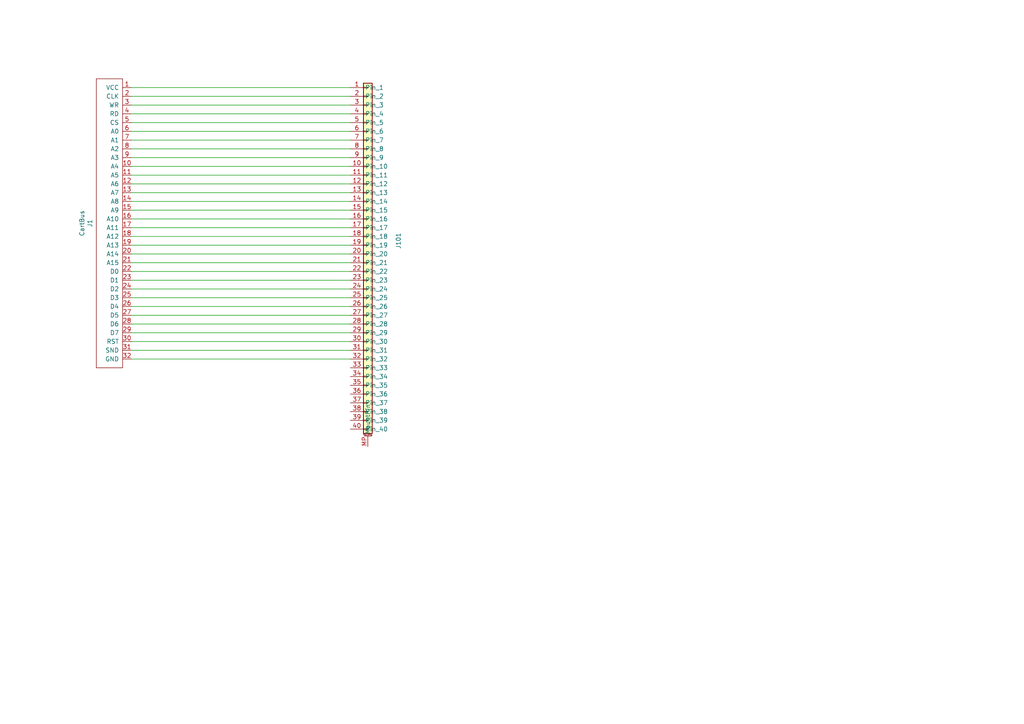
<source format=kicad_sch>
(kicad_sch (version 20230121) (generator eeschema)
  (paper "A4")
  (lib_symbols
    (symbol "Gameboy:CartBus" (pin_names (offset 1.016))
      (property "Reference" "U?" (at 24.13 -11.43 0))
      (property "Value" "Gameboy_CartBus" (at 24.13 -8.89 0))
      (symbol "CartBus_0_1"
        (rectangle (start 66.04 0) (end -17.78 -7.62))
      )
      (symbol "CartBus_1_1"
        (pin unspecified line (at -15.24 2.54 270) (length 2.54) (name "VCC") (number "1"))
        (pin unspecified line (at 7.62 2.54 270) (length 2.54) (name "A4") (number "10"))
        (pin unspecified line (at 10.16 2.54 270) (length 2.54) (name "A5") (number "11"))
        (pin unspecified line (at 12.7 2.54 270) (length 2.54) (name "A6") (number "12"))
        (pin unspecified line (at 15.24 2.54 270) (length 2.54) (name "A7") (number "13"))
        (pin unspecified line (at 17.78 2.54 270) (length 2.54) (name "A8") (number "14"))
        (pin unspecified line (at 20.32 2.54 270) (length 2.54) (name "A9") (number "15"))
        (pin unspecified line (at 22.86 2.54 270) (length 2.54) (name "A10") (number "16"))
        (pin unspecified line (at 25.4 2.54 270) (length 2.54) (name "A11") (number "17"))
        (pin unspecified line (at 27.94 2.54 270) (length 2.54) (name "A12") (number "18"))
        (pin unspecified line (at 30.48 2.54 270) (length 2.54) (name "A13") (number "19"))
        (pin unspecified line (at -12.7 2.54 270) (length 2.54) (name "CLK~{}") (number "2"))
        (pin unspecified line (at 33.02 2.54 270) (length 2.54) (name "A14") (number "20"))
        (pin unspecified line (at 35.56 2.54 270) (length 2.54) (name "A15") (number "21"))
        (pin unspecified line (at 38.1 2.54 270) (length 2.54) (name "D0") (number "22"))
        (pin unspecified line (at 40.64 2.54 270) (length 2.54) (name "D1") (number "23"))
        (pin unspecified line (at 43.18 2.54 270) (length 2.54) (name "D2") (number "24"))
        (pin unspecified line (at 45.72 2.54 270) (length 2.54) (name "D3") (number "25"))
        (pin unspecified line (at 48.26 2.54 270) (length 2.54) (name "D4") (number "26"))
        (pin unspecified line (at 50.8 2.54 270) (length 2.54) (name "D5") (number "27"))
        (pin unspecified line (at 53.34 2.54 270) (length 2.54) (name "D6") (number "28"))
        (pin unspecified line (at 55.88 2.54 270) (length 2.54) (name "D7") (number "29"))
        (pin unspecified line (at -10.16 2.54 270) (length 2.54) (name "WR") (number "3"))
        (pin unspecified line (at 58.42 2.54 270) (length 2.54) (name "RST") (number "30"))
        (pin unspecified line (at 60.96 2.54 270) (length 2.54) (name "SND") (number "31"))
        (pin unspecified line (at 63.5 2.54 270) (length 2.54) (name "GND") (number "32"))
        (pin unspecified line (at -7.62 2.54 270) (length 2.54) (name "RD") (number "4"))
        (pin unspecified line (at -5.08 2.54 270) (length 2.54) (name "CS") (number "5"))
        (pin unspecified line (at -2.54 2.54 270) (length 2.54) (name "A0") (number "6"))
        (pin unspecified line (at 0 2.54 270) (length 2.54) (name "A1") (number "7"))
        (pin unspecified line (at 2.54 2.54 270) (length 2.54) (name "A2") (number "8"))
        (pin unspecified line (at 5.08 2.54 270) (length 2.54) (name "A3") (number "9"))
      )
    )
    (symbol "LCSC_Connector:AFC01-S40FCA-00"
      (property "Reference" "J" (at 90.17 25.4 0))
      (symbol "AFC01-S40FCA-00_1_1"
        (rectangle (start -1.27 -54.483) (end 0 -54.737) (stroke (width 0.1524)))
        (rectangle (start -1.27 -51.943) (end 0 -52.197) (stroke (width 0.1524)))
        (rectangle (start -1.27 -49.403) (end 0 -49.657) (stroke (width 0.1524)))
        (rectangle (start -1.27 -46.863) (end 0 -47.117) (stroke (width 0.1524)))
        (rectangle (start -1.27 -44.323) (end 0 -44.577) (stroke (width 0.1524)))
        (rectangle (start -1.27 -41.783) (end 0 -42.037) (stroke (width 0.1524)))
        (rectangle (start -1.27 -39.243) (end 0 -39.497) (stroke (width 0.1524)))
        (rectangle (start -1.27 -36.703) (end 0 -36.957) (stroke (width 0.1524)))
        (rectangle (start -1.27 -34.163) (end 0 -34.417) (stroke (width 0.1524)))
        (rectangle (start -1.27 -31.623) (end 0 -31.877) (stroke (width 0.1524)))
        (rectangle (start -1.27 -29.083) (end 0 -29.337) (stroke (width 0.1524)))
        (rectangle (start -1.27 -26.543) (end 0 -26.797) (stroke (width 0.1524)))
        (rectangle (start -1.27 -24.003) (end 0 -24.257) (stroke (width 0.1524)))
        (rectangle (start -1.27 -21.463) (end 0 -21.717) (stroke (width 0.1524)))
        (rectangle (start -1.27 -18.923) (end 0 -19.177) (stroke (width 0.1524)))
        (rectangle (start -1.27 -16.383) (end 0 -16.637) (stroke (width 0.1524)))
        (rectangle (start -1.27 -13.843) (end 0 -14.097) (stroke (width 0.1524)))
        (rectangle (start -1.27 -11.303) (end 0 -11.557) (stroke (width 0.1524)))
        (rectangle (start -1.27 -8.763) (end 0 -9.017) (stroke (width 0.1524)))
        (rectangle (start -1.27 -6.223) (end 0 -6.477) (stroke (width 0.1524)))
        (rectangle (start -1.27 -3.683) (end 0 -3.937) (stroke (width 0.1524)))
        (rectangle (start -1.27 -1.143) (end 0 -1.397) (stroke (width 0.1524)))
        (rectangle (start -1.27 1.397) (end 0 1.143) (stroke (width 0.1524)))
        (rectangle (start -1.27 3.937) (end 0 3.683) (stroke (width 0.1524)))
        (rectangle (start -1.27 6.477) (end 0 6.223) (stroke (width 0.1524)))
        (rectangle (start -1.27 9.017) (end 0 8.763) (stroke (width 0.1524)))
        (rectangle (start -1.27 11.557) (end 0 11.303) (stroke (width 0.1524)))
        (rectangle (start -1.27 14.097) (end 0 13.843) (stroke (width 0.1524)))
        (rectangle (start -1.27 16.637) (end 0 16.383) (stroke (width 0.1524)))
        (rectangle (start -1.27 19.177) (end 0 18.923) (stroke (width 0.1524)))
        (rectangle (start -1.27 21.717) (end 0 21.463) (stroke (width 0.1524)))
        (rectangle (start -1.27 24.257) (end 0 24.003) (stroke (width 0.1524)))
        (rectangle (start -1.27 26.797) (end 0 26.543) (stroke (width 0.1524)))
        (rectangle (start -1.27 29.337) (end 0 29.083) (stroke (width 0.1524)))
        (rectangle (start -1.27 31.877) (end 0 31.623) (stroke (width 0.1524)))
        (rectangle (start -1.27 34.417) (end 0 34.163) (stroke (width 0.1524)))
        (rectangle (start -1.27 36.957) (end 0 36.703) (stroke (width 0.1524)))
        (rectangle (start -1.27 39.497) (end 0 39.243) (stroke (width 0.1524)))
        (rectangle (start -1.27 42.037) (end 0 41.783) (stroke (width 0.1524)))
        (rectangle (start -1.27 44.577) (end 0 44.323) (stroke (width 0.1524)))
        (rectangle (start -1.27 45.72) (end 1.27 -55.88) (stroke (width 0.254)) (fill (type background)))
        (polyline (pts (xy -1.016 -56.642) (xy 1.016 -56.642)) (stroke (width 0.1524)))
        (text "Mounting" (at 0 -56.261 0) (effects (font (size 0.381 0.381))))
        (pin passive line (at -5.08 44.45 0) (length 3.81) (name "Pin_1") (number "1"))
        (pin passive line (at -5.08 21.59 0) (length 3.81) (name "Pin_10") (number "10"))
        (pin passive line (at -5.08 19.05 0) (length 3.81) (name "Pin_11") (number "11"))
        (pin passive line (at -5.08 16.51 0) (length 3.81) (name "Pin_12") (number "12"))
        (pin passive line (at -5.08 13.97 0) (length 3.81) (name "Pin_13") (number "13"))
        (pin passive line (at -5.08 11.43 0) (length 3.81) (name "Pin_14") (number "14"))
        (pin passive line (at -5.08 8.89 0) (length 3.81) (name "Pin_15") (number "15"))
        (pin passive line (at -5.08 6.35 0) (length 3.81) (name "Pin_16") (number "16"))
        (pin passive line (at -5.08 3.81 0) (length 3.81) (name "Pin_17") (number "17"))
        (pin passive line (at -5.08 1.27 0) (length 3.81) (name "Pin_18") (number "18"))
        (pin passive line (at -5.08 -1.27 0) (length 3.81) (name "Pin_19") (number "19"))
        (pin passive line (at -5.08 41.91 0) (length 3.81) (name "Pin_2") (number "2"))
        (pin passive line (at -5.08 -3.81 0) (length 3.81) (name "Pin_20") (number "20"))
        (pin passive line (at -5.08 -6.35 0) (length 3.81) (name "Pin_21") (number "21"))
        (pin passive line (at -5.08 -8.89 0) (length 3.81) (name "Pin_22") (number "22"))
        (pin passive line (at -5.08 -11.43 0) (length 3.81) (name "Pin_23") (number "23"))
        (pin passive line (at -5.08 -13.97 0) (length 3.81) (name "Pin_24") (number "24"))
        (pin passive line (at -5.08 -16.51 0) (length 3.81) (name "Pin_25") (number "25"))
        (pin passive line (at -5.08 -19.05 0) (length 3.81) (name "Pin_26") (number "26"))
        (pin passive line (at -5.08 -21.59 0) (length 3.81) (name "Pin_27") (number "27"))
        (pin passive line (at -5.08 -24.13 0) (length 3.81) (name "Pin_28") (number "28"))
        (pin passive line (at -5.08 -26.67 0) (length 3.81) (name "Pin_29") (number "29"))
        (pin passive line (at -5.08 39.37 0) (length 3.81) (name "Pin_3") (number "3"))
        (pin passive line (at -5.08 -29.21 0) (length 3.81) (name "Pin_30") (number "30"))
        (pin passive line (at -5.08 -31.75 0) (length 3.81) (name "Pin_31") (number "31"))
        (pin passive line (at -5.08 -34.29 0) (length 3.81) (name "Pin_32") (number "32"))
        (pin passive line (at -5.08 -36.83 0) (length 3.81) (name "Pin_33") (number "33"))
        (pin passive line (at -5.08 -39.37 0) (length 3.81) (name "Pin_34") (number "34"))
        (pin passive line (at -5.08 -41.91 0) (length 3.81) (name "Pin_35") (number "35"))
        (pin passive line (at -5.08 -44.45 0) (length 3.81) (name "Pin_36") (number "36"))
        (pin passive line (at -5.08 -46.99 0) (length 3.81) (name "Pin_37") (number "37"))
        (pin passive line (at -5.08 -49.53 0) (length 3.81) (name "Pin_38") (number "38"))
        (pin passive line (at -5.08 -52.07 0) (length 3.81) (name "Pin_39") (number "39"))
        (pin passive line (at -5.08 36.83 0) (length 3.81) (name "Pin_4") (number "4"))
        (pin passive line (at -5.08 -54.61 0) (length 3.81) (name "Pin_40") (number "40"))
        (pin passive line (at -5.08 34.29 0) (length 3.81) (name "Pin_5") (number "5"))
        (pin passive line (at -5.08 31.75 0) (length 3.81) (name "Pin_6") (number "6"))
        (pin passive line (at -5.08 29.21 0) (length 3.81) (name "Pin_7") (number "7"))
        (pin passive line (at -5.08 26.67 0) (length 3.81) (name "Pin_8") (number "8"))
        (pin passive line (at -5.08 24.13 0) (length 3.81) (name "Pin_9") (number "9"))
        (pin passive line (at 0 -59.69 90) (length 3.048) (name "MountPin") (number "MP"))
      )
    )
  )
  (wire (pts (xy 38.1 96.52) (xy 101.6 96.52)))
  (wire (pts (xy 38.1 50.8) (xy 101.6 50.8)))
  (wire (pts (xy 38.1 73.66) (xy 101.6 73.66)))
  (wire (pts (xy 38.1 53.34) (xy 101.6 53.34)))
  (wire (pts (xy 38.1 58.42) (xy 101.6 58.42)))
  (wire (pts (xy 38.1 60.96) (xy 101.6 60.96)))
  (wire (pts (xy 38.1 81.28) (xy 101.6 81.28)))
  (wire (pts (xy 38.1 91.44) (xy 101.6 91.44)))
  (wire (pts (xy 38.1 78.74) (xy 101.6 78.74)))
  (wire (pts (xy 38.1 63.5) (xy 101.6 63.5)))
  (wire (pts (xy 38.1 104.14) (xy 101.6 104.14)))
  (wire (pts (xy 38.1 83.82) (xy 101.6 83.82)))
  (wire (pts (xy 38.1 45.72) (xy 101.6 45.72)))
  (wire (pts (xy 38.1 68.58) (xy 101.6 68.58)))
  (wire (pts (xy 38.1 48.26) (xy 101.6 48.26)))
  (wire (pts (xy 38.1 43.18) (xy 101.6 43.18)))
  (wire (pts (xy 38.1 88.9) (xy 101.6 88.9)))
  (wire (pts (xy 38.1 55.88) (xy 101.6 55.88)))
  (wire (pts (xy 38.1 101.6) (xy 101.6 101.6)))
  (wire (pts (xy 38.1 86.36) (xy 101.6 86.36)))
  (wire (pts (xy 38.1 76.2) (xy 101.6 76.2)))
  (wire (pts (xy 38.1 27.94) (xy 101.6 27.94)))
  (wire (pts (xy 38.1 40.64) (xy 101.6 40.64)))
  (wire (pts (xy 38.1 33.02) (xy 101.6 33.02)))
  (wire (pts (xy 38.1 71.12) (xy 101.6 71.12)))
  (wire (pts (xy 38.1 35.56) (xy 101.6 35.56)))
  (wire (pts (xy 38.1 93.98) (xy 101.6 93.98)))
  (wire (pts (xy 38.1 25.4) (xy 101.6 25.4)))
  (wire (pts (xy 38.1 66.04) (xy 101.6 66.04)))
  (wire (pts (xy 38.1 30.48) (xy 101.6 30.48)))
  (wire (pts (xy 38.1 38.1) (xy 101.6 38.1)))
  (wire (pts (xy 38.1 99.06) (xy 101.6 99.06)))
  (symbol (lib_id "LCSC_Connector:AFC01-S40FCA-00") (at 106.68 69.85 0) (unit 1)
    (property "Reference" "J101" (at 115.57 69.85 90))
    (property "Value" "AFC01-S40FCA-00" (effects hide))
    (property "Footprint" "LCSC_Connector:FPC-SMD_P0.50-40P_FGS-XJ-H2.0" (effects hide))
    (property "Datasheet" "https://so.szlcsc.com/global.html?c=&k=C262674" (effects hide))
    (property "LCSC" "C262674" (effects hide))
    (property "Mating Cable" "https://www.lcsc.com/product-detail/FFC-FPC-Connect-Cables_JUSHUO-JS05A-40P-250-4-8_C2857538.html" (effects hide))
  )
  (symbol (lib_id "Gameboy:CartBus") (at 35.56 40.64 270) (unit 1) (in_bom no)
    (property "Reference" "J1" (at 26.0858 64.77 0))
    (property "Value" "CartBus" (at 23.7744 64.77 0))
    (property "Footprint" "Connector_GameBoy:GameBoy_GamePak_AGB-002_P1.50mm_Edge" (effects hide))
  )
)
</source>
